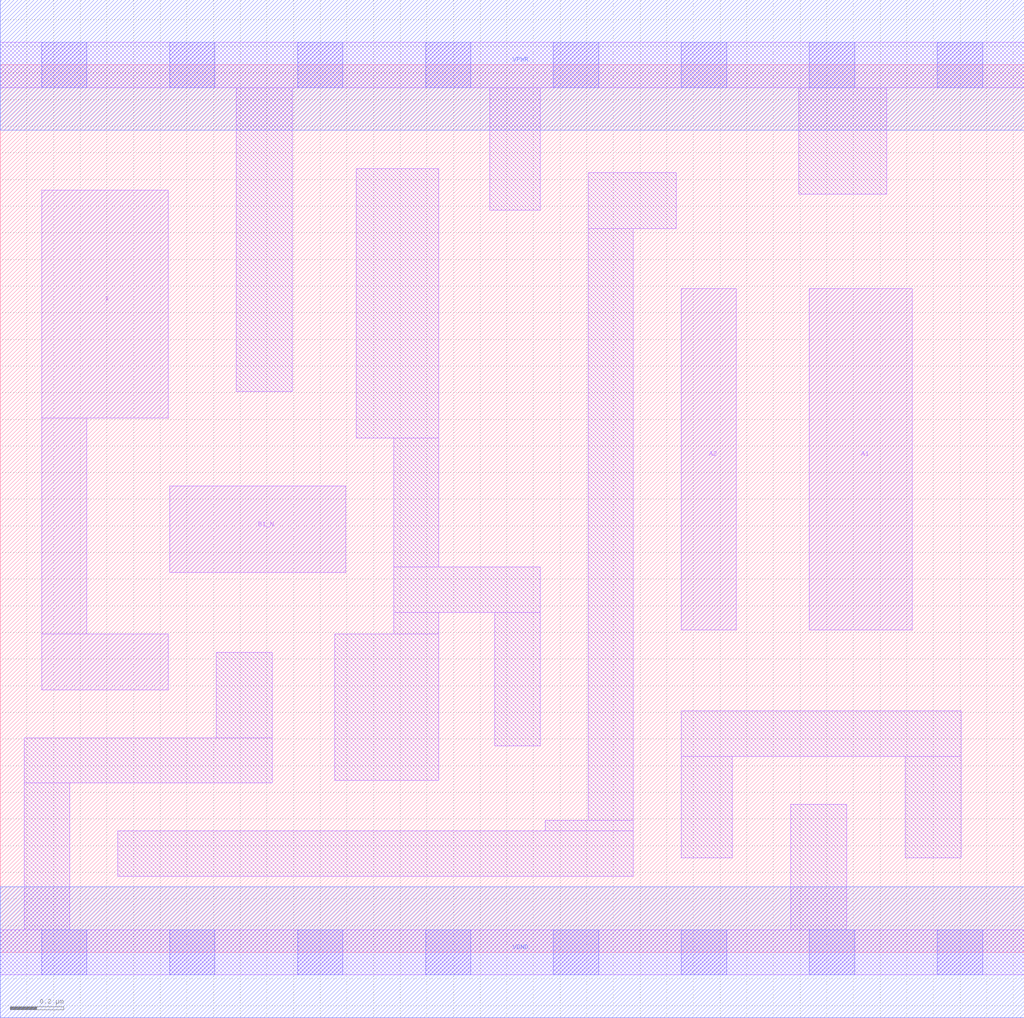
<source format=lef>
# Copyright 2020 The SkyWater PDK Authors
#
# Licensed under the Apache License, Version 2.0 (the "License");
# you may not use this file except in compliance with the License.
# You may obtain a copy of the License at
#
#     https://www.apache.org/licenses/LICENSE-2.0
#
# Unless required by applicable law or agreed to in writing, software
# distributed under the License is distributed on an "AS IS" BASIS,
# WITHOUT WARRANTIES OR CONDITIONS OF ANY KIND, either express or implied.
# See the License for the specific language governing permissions and
# limitations under the License.
#
# SPDX-License-Identifier: Apache-2.0

VERSION 5.7 ;
  NAMESCASESENSITIVE ON ;
  NOWIREEXTENSIONATPIN ON ;
  DIVIDERCHAR "/" ;
  BUSBITCHARS "[]" ;
UNITS
  DATABASE MICRONS 200 ;
END UNITS
MACRO sky130_fd_sc_lp__o21ba_m
  CLASS CORE ;
  SOURCE USER ;
  FOREIGN sky130_fd_sc_lp__o21ba_m ;
  ORIGIN  0.000000  0.000000 ;
  SIZE  3.840000 BY  3.330000 ;
  SYMMETRY X Y R90 ;
  SITE unit ;
  PIN A1
    ANTENNAGATEAREA  0.126000 ;
    DIRECTION INPUT ;
    USE SIGNAL ;
    PORT
      LAYER li1 ;
        RECT 3.035000 1.210000 3.420000 2.490000 ;
    END
  END A1
  PIN A2
    ANTENNAGATEAREA  0.126000 ;
    DIRECTION INPUT ;
    USE SIGNAL ;
    PORT
      LAYER li1 ;
        RECT 2.555000 1.210000 2.760000 2.490000 ;
    END
  END A2
  PIN B1_N
    ANTENNAGATEAREA  0.315000 ;
    DIRECTION INPUT ;
    USE SIGNAL ;
    PORT
      LAYER li1 ;
        RECT 0.635000 1.425000 1.295000 1.750000 ;
    END
  END B1_N
  PIN X
    ANTENNADIFFAREA  0.222600 ;
    DIRECTION OUTPUT ;
    USE SIGNAL ;
    PORT
      LAYER li1 ;
        RECT 0.155000 0.985000 0.630000 1.195000 ;
        RECT 0.155000 1.195000 0.325000 2.005000 ;
        RECT 0.155000 2.005000 0.630000 2.860000 ;
    END
  END X
  PIN VGND
    DIRECTION INOUT ;
    USE GROUND ;
    PORT
      LAYER met1 ;
        RECT 0.000000 -0.245000 3.840000 0.245000 ;
    END
  END VGND
  PIN VPWR
    DIRECTION INOUT ;
    USE POWER ;
    PORT
      LAYER met1 ;
        RECT 0.000000 3.085000 3.840000 3.575000 ;
    END
  END VPWR
  OBS
    LAYER li1 ;
      RECT 0.000000 -0.085000 3.840000 0.085000 ;
      RECT 0.000000  3.245000 3.840000 3.415000 ;
      RECT 0.090000  0.085000 0.260000 0.635000 ;
      RECT 0.090000  0.635000 1.020000 0.805000 ;
      RECT 0.440000  0.285000 2.375000 0.455000 ;
      RECT 0.810000  0.805000 1.020000 1.125000 ;
      RECT 0.885000  2.105000 1.095000 3.245000 ;
      RECT 1.255000  0.645000 1.645000 1.195000 ;
      RECT 1.335000  1.930000 1.645000 2.940000 ;
      RECT 1.475000  1.195000 1.645000 1.275000 ;
      RECT 1.475000  1.275000 2.025000 1.445000 ;
      RECT 1.475000  1.445000 1.645000 1.930000 ;
      RECT 1.835000  2.785000 2.025000 3.245000 ;
      RECT 1.855000  0.775000 2.025000 1.275000 ;
      RECT 2.045000  0.455000 2.375000 0.495000 ;
      RECT 2.205000  0.495000 2.375000 2.715000 ;
      RECT 2.205000  2.715000 2.535000 2.925000 ;
      RECT 2.555000  0.355000 2.745000 0.735000 ;
      RECT 2.555000  0.735000 3.605000 0.905000 ;
      RECT 2.965000  0.085000 3.175000 0.555000 ;
      RECT 2.995000  2.845000 3.325000 3.245000 ;
      RECT 3.395000  0.355000 3.605000 0.735000 ;
    LAYER mcon ;
      RECT 0.155000 -0.085000 0.325000 0.085000 ;
      RECT 0.155000  3.245000 0.325000 3.415000 ;
      RECT 0.635000 -0.085000 0.805000 0.085000 ;
      RECT 0.635000  3.245000 0.805000 3.415000 ;
      RECT 1.115000 -0.085000 1.285000 0.085000 ;
      RECT 1.115000  3.245000 1.285000 3.415000 ;
      RECT 1.595000 -0.085000 1.765000 0.085000 ;
      RECT 1.595000  3.245000 1.765000 3.415000 ;
      RECT 2.075000 -0.085000 2.245000 0.085000 ;
      RECT 2.075000  3.245000 2.245000 3.415000 ;
      RECT 2.555000 -0.085000 2.725000 0.085000 ;
      RECT 2.555000  3.245000 2.725000 3.415000 ;
      RECT 3.035000 -0.085000 3.205000 0.085000 ;
      RECT 3.035000  3.245000 3.205000 3.415000 ;
      RECT 3.515000 -0.085000 3.685000 0.085000 ;
      RECT 3.515000  3.245000 3.685000 3.415000 ;
  END
END sky130_fd_sc_lp__o21ba_m

</source>
